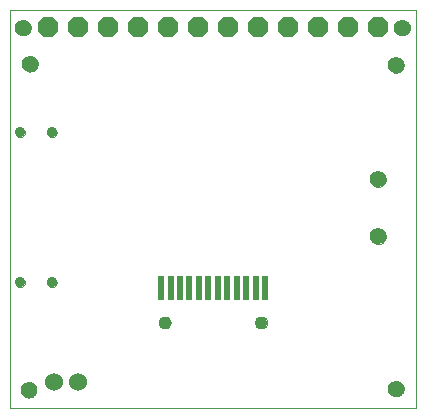
<source format=gts>
G75*
G70*
%OFA0B0*%
%FSLAX24Y24*%
%IPPOS*%
%LPD*%
%AMOC8*
5,1,8,0,0,1.08239X$1,22.5*
%
%ADD10C,0.0000*%
%ADD11C,0.0552*%
%ADD12R,0.0197X0.0827*%
%ADD13C,0.0434*%
%ADD14OC8,0.0670*%
%ADD15C,0.0355*%
%ADD16C,0.0600*%
D10*
X000174Y000263D02*
X000174Y013537D01*
X013690Y013537D01*
X013690Y000263D01*
X000174Y000263D01*
X000540Y000869D02*
X000542Y000900D01*
X000548Y000931D01*
X000557Y000961D01*
X000570Y000990D01*
X000587Y001017D01*
X000607Y001041D01*
X000629Y001063D01*
X000655Y001082D01*
X000682Y001098D01*
X000711Y001110D01*
X000741Y001119D01*
X000772Y001124D01*
X000804Y001125D01*
X000835Y001122D01*
X000866Y001115D01*
X000896Y001105D01*
X000924Y001091D01*
X000950Y001073D01*
X000974Y001053D01*
X000995Y001029D01*
X001014Y001004D01*
X001029Y000976D01*
X001040Y000947D01*
X001048Y000916D01*
X001052Y000885D01*
X001052Y000853D01*
X001048Y000822D01*
X001040Y000791D01*
X001029Y000762D01*
X001014Y000734D01*
X000995Y000709D01*
X000974Y000685D01*
X000950Y000665D01*
X000924Y000647D01*
X000896Y000633D01*
X000866Y000623D01*
X000835Y000616D01*
X000804Y000613D01*
X000772Y000614D01*
X000741Y000619D01*
X000711Y000628D01*
X000682Y000640D01*
X000655Y000656D01*
X000629Y000675D01*
X000607Y000697D01*
X000587Y000721D01*
X000570Y000748D01*
X000557Y000777D01*
X000548Y000807D01*
X000542Y000838D01*
X000540Y000869D01*
X000348Y004448D02*
X000350Y004473D01*
X000356Y004497D01*
X000365Y004519D01*
X000378Y004540D01*
X000394Y004559D01*
X000413Y004575D01*
X000434Y004588D01*
X000456Y004597D01*
X000480Y004603D01*
X000505Y004605D01*
X000530Y004603D01*
X000554Y004597D01*
X000576Y004588D01*
X000597Y004575D01*
X000616Y004559D01*
X000632Y004540D01*
X000645Y004519D01*
X000654Y004497D01*
X000660Y004473D01*
X000662Y004448D01*
X000660Y004423D01*
X000654Y004399D01*
X000645Y004377D01*
X000632Y004356D01*
X000616Y004337D01*
X000597Y004321D01*
X000576Y004308D01*
X000554Y004299D01*
X000530Y004293D01*
X000505Y004291D01*
X000480Y004293D01*
X000456Y004299D01*
X000434Y004308D01*
X000413Y004321D01*
X000394Y004337D01*
X000378Y004356D01*
X000365Y004377D01*
X000356Y004399D01*
X000350Y004423D01*
X000348Y004448D01*
X001411Y004448D02*
X001413Y004473D01*
X001419Y004497D01*
X001428Y004519D01*
X001441Y004540D01*
X001457Y004559D01*
X001476Y004575D01*
X001497Y004588D01*
X001519Y004597D01*
X001543Y004603D01*
X001568Y004605D01*
X001593Y004603D01*
X001617Y004597D01*
X001639Y004588D01*
X001660Y004575D01*
X001679Y004559D01*
X001695Y004540D01*
X001708Y004519D01*
X001717Y004497D01*
X001723Y004473D01*
X001725Y004448D01*
X001723Y004423D01*
X001717Y004399D01*
X001708Y004377D01*
X001695Y004356D01*
X001679Y004337D01*
X001660Y004321D01*
X001639Y004308D01*
X001617Y004299D01*
X001593Y004293D01*
X001568Y004291D01*
X001543Y004293D01*
X001519Y004299D01*
X001497Y004308D01*
X001476Y004321D01*
X001457Y004337D01*
X001441Y004356D01*
X001428Y004377D01*
X001419Y004399D01*
X001413Y004423D01*
X001411Y004448D01*
X005127Y003113D02*
X005129Y003140D01*
X005135Y003167D01*
X005144Y003193D01*
X005157Y003217D01*
X005173Y003240D01*
X005192Y003259D01*
X005214Y003276D01*
X005238Y003290D01*
X005263Y003300D01*
X005290Y003307D01*
X005317Y003310D01*
X005345Y003309D01*
X005372Y003304D01*
X005398Y003296D01*
X005422Y003284D01*
X005445Y003268D01*
X005466Y003250D01*
X005483Y003229D01*
X005498Y003205D01*
X005509Y003180D01*
X005517Y003154D01*
X005521Y003127D01*
X005521Y003099D01*
X005517Y003072D01*
X005509Y003046D01*
X005498Y003021D01*
X005483Y002997D01*
X005466Y002976D01*
X005445Y002958D01*
X005423Y002942D01*
X005398Y002930D01*
X005372Y002922D01*
X005345Y002917D01*
X005317Y002916D01*
X005290Y002919D01*
X005263Y002926D01*
X005238Y002936D01*
X005214Y002950D01*
X005192Y002967D01*
X005173Y002986D01*
X005157Y003009D01*
X005144Y003033D01*
X005135Y003059D01*
X005129Y003086D01*
X005127Y003113D01*
X008355Y003113D02*
X008357Y003140D01*
X008363Y003167D01*
X008372Y003193D01*
X008385Y003217D01*
X008401Y003240D01*
X008420Y003259D01*
X008442Y003276D01*
X008466Y003290D01*
X008491Y003300D01*
X008518Y003307D01*
X008545Y003310D01*
X008573Y003309D01*
X008600Y003304D01*
X008626Y003296D01*
X008650Y003284D01*
X008673Y003268D01*
X008694Y003250D01*
X008711Y003229D01*
X008726Y003205D01*
X008737Y003180D01*
X008745Y003154D01*
X008749Y003127D01*
X008749Y003099D01*
X008745Y003072D01*
X008737Y003046D01*
X008726Y003021D01*
X008711Y002997D01*
X008694Y002976D01*
X008673Y002958D01*
X008651Y002942D01*
X008626Y002930D01*
X008600Y002922D01*
X008573Y002917D01*
X008545Y002916D01*
X008518Y002919D01*
X008491Y002926D01*
X008466Y002936D01*
X008442Y002950D01*
X008420Y002967D01*
X008401Y002986D01*
X008385Y003009D01*
X008372Y003033D01*
X008363Y003059D01*
X008357Y003086D01*
X008355Y003113D01*
X012182Y005983D02*
X012184Y006014D01*
X012190Y006045D01*
X012199Y006075D01*
X012212Y006104D01*
X012229Y006131D01*
X012249Y006155D01*
X012271Y006177D01*
X012297Y006196D01*
X012324Y006212D01*
X012353Y006224D01*
X012383Y006233D01*
X012414Y006238D01*
X012446Y006239D01*
X012477Y006236D01*
X012508Y006229D01*
X012538Y006219D01*
X012566Y006205D01*
X012592Y006187D01*
X012616Y006167D01*
X012637Y006143D01*
X012656Y006118D01*
X012671Y006090D01*
X012682Y006061D01*
X012690Y006030D01*
X012694Y005999D01*
X012694Y005967D01*
X012690Y005936D01*
X012682Y005905D01*
X012671Y005876D01*
X012656Y005848D01*
X012637Y005823D01*
X012616Y005799D01*
X012592Y005779D01*
X012566Y005761D01*
X012538Y005747D01*
X012508Y005737D01*
X012477Y005730D01*
X012446Y005727D01*
X012414Y005728D01*
X012383Y005733D01*
X012353Y005742D01*
X012324Y005754D01*
X012297Y005770D01*
X012271Y005789D01*
X012249Y005811D01*
X012229Y005835D01*
X012212Y005862D01*
X012199Y005891D01*
X012190Y005921D01*
X012184Y005952D01*
X012182Y005983D01*
X012182Y007893D02*
X012184Y007924D01*
X012190Y007955D01*
X012199Y007985D01*
X012212Y008014D01*
X012229Y008041D01*
X012249Y008065D01*
X012271Y008087D01*
X012297Y008106D01*
X012324Y008122D01*
X012353Y008134D01*
X012383Y008143D01*
X012414Y008148D01*
X012446Y008149D01*
X012477Y008146D01*
X012508Y008139D01*
X012538Y008129D01*
X012566Y008115D01*
X012592Y008097D01*
X012616Y008077D01*
X012637Y008053D01*
X012656Y008028D01*
X012671Y008000D01*
X012682Y007971D01*
X012690Y007940D01*
X012694Y007909D01*
X012694Y007877D01*
X012690Y007846D01*
X012682Y007815D01*
X012671Y007786D01*
X012656Y007758D01*
X012637Y007733D01*
X012616Y007709D01*
X012592Y007689D01*
X012566Y007671D01*
X012538Y007657D01*
X012508Y007647D01*
X012477Y007640D01*
X012446Y007637D01*
X012414Y007638D01*
X012383Y007643D01*
X012353Y007652D01*
X012324Y007664D01*
X012297Y007680D01*
X012271Y007699D01*
X012249Y007721D01*
X012229Y007745D01*
X012212Y007772D01*
X012199Y007801D01*
X012190Y007831D01*
X012184Y007862D01*
X012182Y007893D01*
X012784Y011696D02*
X012786Y011727D01*
X012792Y011758D01*
X012801Y011788D01*
X012814Y011817D01*
X012831Y011844D01*
X012851Y011868D01*
X012873Y011890D01*
X012899Y011909D01*
X012926Y011925D01*
X012955Y011937D01*
X012985Y011946D01*
X013016Y011951D01*
X013048Y011952D01*
X013079Y011949D01*
X013110Y011942D01*
X013140Y011932D01*
X013168Y011918D01*
X013194Y011900D01*
X013218Y011880D01*
X013239Y011856D01*
X013258Y011831D01*
X013273Y011803D01*
X013284Y011774D01*
X013292Y011743D01*
X013296Y011712D01*
X013296Y011680D01*
X013292Y011649D01*
X013284Y011618D01*
X013273Y011589D01*
X013258Y011561D01*
X013239Y011536D01*
X013218Y011512D01*
X013194Y011492D01*
X013168Y011474D01*
X013140Y011460D01*
X013110Y011450D01*
X013079Y011443D01*
X013048Y011440D01*
X013016Y011441D01*
X012985Y011446D01*
X012955Y011455D01*
X012926Y011467D01*
X012899Y011483D01*
X012873Y011502D01*
X012851Y011524D01*
X012831Y011548D01*
X012814Y011575D01*
X012801Y011604D01*
X012792Y011634D01*
X012786Y011665D01*
X012784Y011696D01*
X012989Y012940D02*
X012991Y012971D01*
X012997Y013002D01*
X013006Y013032D01*
X013019Y013061D01*
X013036Y013088D01*
X013056Y013112D01*
X013078Y013134D01*
X013104Y013153D01*
X013131Y013169D01*
X013160Y013181D01*
X013190Y013190D01*
X013221Y013195D01*
X013253Y013196D01*
X013284Y013193D01*
X013315Y013186D01*
X013345Y013176D01*
X013373Y013162D01*
X013399Y013144D01*
X013423Y013124D01*
X013444Y013100D01*
X013463Y013075D01*
X013478Y013047D01*
X013489Y013018D01*
X013497Y012987D01*
X013501Y012956D01*
X013501Y012924D01*
X013497Y012893D01*
X013489Y012862D01*
X013478Y012833D01*
X013463Y012805D01*
X013444Y012780D01*
X013423Y012756D01*
X013399Y012736D01*
X013373Y012718D01*
X013345Y012704D01*
X013315Y012694D01*
X013284Y012687D01*
X013253Y012684D01*
X013221Y012685D01*
X013190Y012690D01*
X013160Y012699D01*
X013131Y012711D01*
X013104Y012727D01*
X013078Y012746D01*
X013056Y012768D01*
X013036Y012792D01*
X013019Y012819D01*
X013006Y012848D01*
X012997Y012878D01*
X012991Y012909D01*
X012989Y012940D01*
X001411Y009448D02*
X001413Y009473D01*
X001419Y009497D01*
X001428Y009519D01*
X001441Y009540D01*
X001457Y009559D01*
X001476Y009575D01*
X001497Y009588D01*
X001519Y009597D01*
X001543Y009603D01*
X001568Y009605D01*
X001593Y009603D01*
X001617Y009597D01*
X001639Y009588D01*
X001660Y009575D01*
X001679Y009559D01*
X001695Y009540D01*
X001708Y009519D01*
X001717Y009497D01*
X001723Y009473D01*
X001725Y009448D01*
X001723Y009423D01*
X001717Y009399D01*
X001708Y009377D01*
X001695Y009356D01*
X001679Y009337D01*
X001660Y009321D01*
X001639Y009308D01*
X001617Y009299D01*
X001593Y009293D01*
X001568Y009291D01*
X001543Y009293D01*
X001519Y009299D01*
X001497Y009308D01*
X001476Y009321D01*
X001457Y009337D01*
X001441Y009356D01*
X001428Y009377D01*
X001419Y009399D01*
X001413Y009423D01*
X001411Y009448D01*
X000348Y009448D02*
X000350Y009473D01*
X000356Y009497D01*
X000365Y009519D01*
X000378Y009540D01*
X000394Y009559D01*
X000413Y009575D01*
X000434Y009588D01*
X000456Y009597D01*
X000480Y009603D01*
X000505Y009605D01*
X000530Y009603D01*
X000554Y009597D01*
X000576Y009588D01*
X000597Y009575D01*
X000616Y009559D01*
X000632Y009540D01*
X000645Y009519D01*
X000654Y009497D01*
X000660Y009473D01*
X000662Y009448D01*
X000660Y009423D01*
X000654Y009399D01*
X000645Y009377D01*
X000632Y009356D01*
X000616Y009337D01*
X000597Y009321D01*
X000576Y009308D01*
X000554Y009299D01*
X000530Y009293D01*
X000505Y009291D01*
X000480Y009293D01*
X000456Y009299D01*
X000434Y009308D01*
X000413Y009321D01*
X000394Y009337D01*
X000378Y009356D01*
X000365Y009377D01*
X000356Y009399D01*
X000350Y009423D01*
X000348Y009448D01*
X000580Y011735D02*
X000582Y011766D01*
X000588Y011797D01*
X000597Y011827D01*
X000610Y011856D01*
X000627Y011883D01*
X000647Y011907D01*
X000669Y011929D01*
X000695Y011948D01*
X000722Y011964D01*
X000751Y011976D01*
X000781Y011985D01*
X000812Y011990D01*
X000844Y011991D01*
X000875Y011988D01*
X000906Y011981D01*
X000936Y011971D01*
X000964Y011957D01*
X000990Y011939D01*
X001014Y011919D01*
X001035Y011895D01*
X001054Y011870D01*
X001069Y011842D01*
X001080Y011813D01*
X001088Y011782D01*
X001092Y011751D01*
X001092Y011719D01*
X001088Y011688D01*
X001080Y011657D01*
X001069Y011628D01*
X001054Y011600D01*
X001035Y011575D01*
X001014Y011551D01*
X000990Y011531D01*
X000964Y011513D01*
X000936Y011499D01*
X000906Y011489D01*
X000875Y011482D01*
X000844Y011479D01*
X000812Y011480D01*
X000781Y011485D01*
X000751Y011494D01*
X000722Y011506D01*
X000695Y011522D01*
X000669Y011541D01*
X000647Y011563D01*
X000627Y011587D01*
X000610Y011614D01*
X000597Y011643D01*
X000588Y011673D01*
X000582Y011704D01*
X000580Y011735D01*
X000351Y012940D02*
X000353Y012971D01*
X000359Y013002D01*
X000368Y013032D01*
X000381Y013061D01*
X000398Y013088D01*
X000418Y013112D01*
X000440Y013134D01*
X000466Y013153D01*
X000493Y013169D01*
X000522Y013181D01*
X000552Y013190D01*
X000583Y013195D01*
X000615Y013196D01*
X000646Y013193D01*
X000677Y013186D01*
X000707Y013176D01*
X000735Y013162D01*
X000761Y013144D01*
X000785Y013124D01*
X000806Y013100D01*
X000825Y013075D01*
X000840Y013047D01*
X000851Y013018D01*
X000859Y012987D01*
X000863Y012956D01*
X000863Y012924D01*
X000859Y012893D01*
X000851Y012862D01*
X000840Y012833D01*
X000825Y012805D01*
X000806Y012780D01*
X000785Y012756D01*
X000761Y012736D01*
X000735Y012718D01*
X000707Y012704D01*
X000677Y012694D01*
X000646Y012687D01*
X000615Y012684D01*
X000583Y012685D01*
X000552Y012690D01*
X000522Y012699D01*
X000493Y012711D01*
X000466Y012727D01*
X000440Y012746D01*
X000418Y012768D01*
X000398Y012792D01*
X000381Y012819D01*
X000368Y012848D01*
X000359Y012878D01*
X000353Y012909D01*
X000351Y012940D01*
X012784Y000909D02*
X012786Y000940D01*
X012792Y000971D01*
X012801Y001001D01*
X012814Y001030D01*
X012831Y001057D01*
X012851Y001081D01*
X012873Y001103D01*
X012899Y001122D01*
X012926Y001138D01*
X012955Y001150D01*
X012985Y001159D01*
X013016Y001164D01*
X013048Y001165D01*
X013079Y001162D01*
X013110Y001155D01*
X013140Y001145D01*
X013168Y001131D01*
X013194Y001113D01*
X013218Y001093D01*
X013239Y001069D01*
X013258Y001044D01*
X013273Y001016D01*
X013284Y000987D01*
X013292Y000956D01*
X013296Y000925D01*
X013296Y000893D01*
X013292Y000862D01*
X013284Y000831D01*
X013273Y000802D01*
X013258Y000774D01*
X013239Y000749D01*
X013218Y000725D01*
X013194Y000705D01*
X013168Y000687D01*
X013140Y000673D01*
X013110Y000663D01*
X013079Y000656D01*
X013048Y000653D01*
X013016Y000654D01*
X012985Y000659D01*
X012955Y000668D01*
X012926Y000680D01*
X012899Y000696D01*
X012873Y000715D01*
X012851Y000737D01*
X012831Y000761D01*
X012814Y000788D01*
X012801Y000817D01*
X012792Y000847D01*
X012786Y000878D01*
X012784Y000909D01*
D11*
X013040Y000909D03*
X012438Y005983D03*
X012438Y007893D03*
X013040Y011696D03*
X013245Y012940D03*
X000836Y011735D03*
X000607Y012940D03*
X000796Y000869D03*
D12*
X005206Y004255D03*
X005521Y004255D03*
X005836Y004255D03*
X006151Y004255D03*
X006466Y004255D03*
X006781Y004255D03*
X007096Y004255D03*
X007411Y004255D03*
X007725Y004255D03*
X008040Y004255D03*
X008355Y004255D03*
X008670Y004255D03*
D13*
X008552Y003113D03*
X005324Y003113D03*
D14*
X005438Y012948D03*
X004438Y012948D03*
X003438Y012948D03*
X002438Y012948D03*
X001438Y012948D03*
X006438Y012948D03*
X007438Y012948D03*
X008438Y012948D03*
X009438Y012948D03*
X010438Y012948D03*
X011438Y012948D03*
X012438Y012948D03*
D15*
X001568Y009448D03*
X000505Y009448D03*
X000505Y004448D03*
X001568Y004448D03*
D16*
X001643Y001125D03*
X002430Y001125D03*
M02*

</source>
